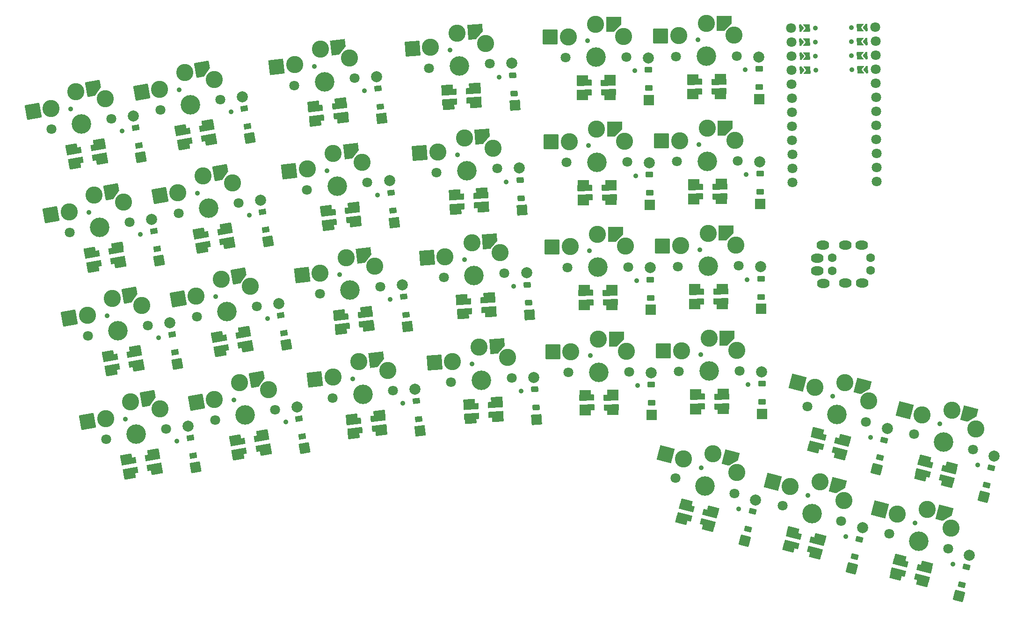
<source format=gbr>
%TF.GenerationSoftware,KiCad,Pcbnew,7.0.10-7.0.10~ubuntu22.04.1*%
%TF.CreationDate,2024-02-29T23:27:09-07:00*%
%TF.ProjectId,boardPcb,626f6172-6450-4636-922e-6b696361645f,v1.0.0*%
%TF.SameCoordinates,Original*%
%TF.FileFunction,Soldermask,Top*%
%TF.FilePolarity,Negative*%
%FSLAX46Y46*%
G04 Gerber Fmt 4.6, Leading zero omitted, Abs format (unit mm)*
G04 Created by KiCad (PCBNEW 7.0.10-7.0.10~ubuntu22.04.1) date 2024-02-29 23:27:09*
%MOMM*%
%LPD*%
G01*
G04 APERTURE LIST*
G04 Aperture macros list*
%AMRoundRect*
0 Rectangle with rounded corners*
0 $1 Rounding radius*
0 $2 $3 $4 $5 $6 $7 $8 $9 X,Y pos of 4 corners*
0 Add a 4 corners polygon primitive as box body*
4,1,4,$2,$3,$4,$5,$6,$7,$8,$9,$2,$3,0*
0 Add four circle primitives for the rounded corners*
1,1,$1+$1,$2,$3*
1,1,$1+$1,$4,$5*
1,1,$1+$1,$6,$7*
1,1,$1+$1,$8,$9*
0 Add four rect primitives between the rounded corners*
20,1,$1+$1,$2,$3,$4,$5,0*
20,1,$1+$1,$4,$5,$6,$7,0*
20,1,$1+$1,$6,$7,$8,$9,0*
20,1,$1+$1,$8,$9,$2,$3,0*%
%AMHorizOval*
0 Thick line with rounded ends*
0 $1 width*
0 $2 $3 position (X,Y) of the first rounded end (center of the circle)*
0 $4 $5 position (X,Y) of the second rounded end (center of the circle)*
0 Add line between two ends*
20,1,$1,$2,$3,$4,$5,0*
0 Add two circle primitives to create the rounded ends*
1,1,$1,$2,$3*
1,1,$1,$4,$5*%
%AMFreePoly0*
4,1,14,1.335355,1.335355,1.350000,1.300000,1.350000,0.000000,1.335355,-0.035355,0.035355,-1.335355,0.000000,-1.350000,-1.300000,-1.350000,-1.335355,-1.335355,-1.350000,-1.300000,-1.350000,1.300000,-1.335355,1.335355,-1.300000,1.350000,1.300000,1.350000,1.335355,1.335355,1.335355,1.335355,$1*%
%AMFreePoly1*
4,1,16,-0.214645,0.660355,-0.210957,0.656235,0.289043,0.031235,0.299694,-0.005522,0.289043,-0.031235,-0.210957,-0.656235,-0.244478,-0.674694,-0.250000,-0.675000,-0.500000,-0.675000,-0.535355,-0.660355,-0.550000,-0.625000,-0.550000,0.625000,-0.535355,0.660355,-0.500000,0.675000,-0.250000,0.675000,-0.214645,0.660355,-0.214645,0.660355,$1*%
%AMFreePoly2*
4,1,16,0.535355,0.660355,0.550000,0.625000,0.550000,-0.625000,0.535355,-0.660355,0.500000,-0.675000,-0.650000,-0.675000,-0.685355,-0.660355,-0.700000,-0.625000,-0.689043,-0.593765,-0.214031,0.000000,-0.689043,0.593765,-0.699694,0.630522,-0.681235,0.664043,-0.650000,0.675000,0.500000,0.675000,0.535355,0.660355,0.535355,0.660355,$1*%
G04 Aperture macros list end*
%ADD10RoundRect,0.050000X0.896724X-0.881208X0.881208X0.896724X-0.896724X0.881208X-0.881208X-0.896724X0*%
%ADD11RoundRect,0.050000X0.603904X-0.444747X0.596050X0.455219X-0.603904X0.444747X-0.596050X-0.455219X0*%
%ADD12C,2.005000*%
%ADD13RoundRect,0.050000X1.029867X-0.721121X0.721121X1.029867X-1.029867X0.721121X-0.721121X-1.029867X0*%
%ADD14RoundRect,0.050000X0.669026X-0.338975X0.512743X0.547352X-0.669026X0.338975X-0.512743X-0.547352X0*%
%ADD15RoundRect,0.050000X0.948848X-0.824821X0.824821X0.948848X-0.948848X0.824821X-0.824821X-0.948848X0*%
%ADD16RoundRect,0.050000X0.629929X-0.407050X0.567148X0.490758X-0.629929X0.407050X-0.567148X-0.490758X0*%
%ADD17RoundRect,0.050000X-1.295587X-0.511325X1.304314X-0.488636X1.295587X0.511325X-1.304314X0.488636X0*%
%ADD18RoundRect,0.050000X-0.994726X-0.608704X1.005198X-0.591251X0.994726X0.608704X-1.005198X0.591251X0*%
%ADD19RoundRect,0.050000X0.638095X-1.083271X1.083271X0.638095X-0.638095X1.083271X-1.083271X-0.638095X0*%
%ADD20RoundRect,0.050000X0.468218X-0.585894X0.693560X0.285438X-0.468218X0.585894X-0.693560X-0.285438X0*%
%ADD21C,1.801800*%
%ADD22C,3.100000*%
%ADD23C,3.529000*%
%ADD24FreePoly0,7.000000*%
%ADD25RoundRect,0.050000X-1.131880X-1.448740X1.448740X-1.131880X1.131880X1.448740X-1.448740X1.131880X0*%
%ADD26C,0.900000*%
%ADD27FreePoly0,0.500000*%
%ADD28RoundRect,0.050000X-1.288606X-1.311295X1.311295X-1.288606X1.288606X1.311295X-1.311295X1.288606X0*%
%ADD29RoundRect,0.050000X0.990715X-0.774032X0.774032X0.990715X-0.990715X0.774032X-0.774032X-0.990715X0*%
%ADD30RoundRect,0.050000X0.650369X-0.373524X0.540686X0.519767X-0.650369X0.373524X-0.540686X-0.519767X0*%
%ADD31RoundRect,0.050000X-1.383782X-0.158580X1.133402X-0.809568X1.383782X0.158580X-1.133402X0.809568X0*%
%ADD32RoundRect,0.050000X-1.118376X-0.330509X0.817920X-0.831269X1.118376X0.330509X-0.817920X0.831269X0*%
%ADD33RoundRect,0.050000X-1.193426X-0.718147X1.367074X-0.266661X1.193426X0.718147X-1.367074X0.266661X0*%
%ADD34RoundRect,0.050000X-0.880619X-0.764533X1.088997X-0.417236X0.880619X0.764533X-1.088997X0.417236X0*%
%ADD35C,1.600000*%
%ADD36HorizOval,1.700000X-0.299989X-0.002618X0.299989X0.002618X0*%
%ADD37FreePoly0,10.000000*%
%ADD38RoundRect,0.050000X-1.054507X-1.505993X1.505993X-1.054507X1.054507X1.505993X-1.505993X1.054507X0*%
%ADD39RoundRect,0.050000X-1.261955X-0.589465X1.331712X-0.408099X1.261955X0.589465X-1.331712X0.408099X0*%
%ADD40RoundRect,0.050000X-0.955710X-0.668295X1.039418X-0.528782X0.955710X0.668295X-1.039418X0.528782X0*%
%ADD41FreePoly0,4.000000*%
%ADD42RoundRect,0.050000X-1.206150X-1.387517X1.387517X-1.206150X1.206150X1.387517X-1.387517X1.206150X0*%
%ADD43RoundRect,0.050000X-1.229375X-0.654703X1.351245X-0.337843X1.229375X0.654703X-1.351245X0.337843X0*%
%ADD44RoundRect,0.050000X-0.919425X-0.717397X1.065668X-0.473658X0.919425X0.717397X-1.065668X0.473658X0*%
%ADD45FreePoly0,345.500000*%
%ADD46RoundRect,0.050000X-1.584086X-0.933098X0.933098X-1.584086X1.584086X0.933098X-0.933098X1.584086X0*%
%ADD47HorizOval,1.800000X0.000000X0.000000X0.000000X0.000000X0*%
%ADD48FreePoly1,0.500000*%
%ADD49FreePoly2,180.500000*%
%ADD50HorizOval,1.800000X0.000000X0.000000X0.000000X0.000000X0*%
%ADD51FreePoly2,0.500000*%
%ADD52FreePoly1,180.500000*%
G04 APERTURE END LIST*
D10*
%TO.C,D17*%
X226301341Y-175114482D03*
D11*
X226282492Y-172954564D03*
X226253694Y-169654690D03*
D12*
X226234845Y-167494772D03*
%TD*%
D13*
%TO.C,D3*%
X137149998Y-147230922D03*
D14*
X136774917Y-145103737D03*
X136201879Y-141853871D03*
D12*
X135826798Y-139726686D03*
%TD*%
D15*
%TO.C,D15*%
X202871549Y-138054021D03*
D16*
X202720875Y-135899283D03*
X202490679Y-132607321D03*
D12*
X202340005Y-130452583D03*
%TD*%
D17*
%TO.C,LED50*%
X234573231Y-171857173D03*
X234588502Y-173607106D03*
X238988335Y-173568709D03*
X238973064Y-171818776D03*
D18*
X234266916Y-171134818D03*
X234294841Y-174334696D03*
X239294650Y-174291064D03*
X239266725Y-171091186D03*
%TD*%
D10*
%TO.C,D22*%
X246134775Y-155940674D03*
D11*
X246115926Y-153780756D03*
X246087128Y-150480882D03*
D12*
X246068279Y-148320964D03*
%TD*%
D19*
%TO.C,D28*%
X267043658Y-184951979D03*
D20*
X267584479Y-182860780D03*
X268410733Y-179665892D03*
D12*
X268951554Y-177574693D03*
%TD*%
D13*
%TO.C,D6*%
X160145469Y-162469306D03*
D14*
X159770388Y-160342121D03*
X159197350Y-157092255D03*
D12*
X158822269Y-154965070D03*
%TD*%
D21*
%TO.C,S12*%
X161628660Y-115521258D03*
D22*
X161667923Y-111738276D03*
X166362541Y-108945327D03*
D23*
X167087664Y-114850977D03*
D22*
X171593385Y-110519582D03*
D21*
X172546668Y-114180696D03*
D24*
X169613130Y-108546205D03*
D25*
X158417335Y-112137398D03*
D26*
X165233237Y-112056143D03*
X174340160Y-116479257D03*
%TD*%
D10*
%TO.C,D23*%
X245968971Y-136941398D03*
D11*
X245950122Y-134781480D03*
X245921324Y-131481606D03*
D12*
X245902475Y-129321688D03*
%TD*%
D10*
%TO.C,D21*%
X246300579Y-174939951D03*
D11*
X246281730Y-172780033D03*
X246252932Y-169480159D03*
D12*
X246234083Y-167320241D03*
%TD*%
D21*
%TO.C,S18*%
X211067953Y-148436401D03*
D22*
X211535210Y-144682180D03*
X216515821Y-142438632D03*
D23*
X216567744Y-148388405D03*
D22*
X221534829Y-144594915D03*
D21*
X222067535Y-148340409D03*
D27*
X219790696Y-142410052D03*
D28*
X208260335Y-144710760D03*
D26*
X215041622Y-145401609D03*
X223589294Y-150827224D03*
%TD*%
D19*
%TO.C,D29*%
X286406611Y-189959579D03*
D20*
X286947432Y-187868380D03*
X287773686Y-184673492D03*
D12*
X288314507Y-182582293D03*
%TD*%
D21*
%TO.C,S17*%
X211233757Y-167435677D03*
D22*
X211701014Y-163681456D03*
X216681625Y-161437908D03*
D23*
X216733548Y-167387681D03*
D22*
X221700633Y-163594191D03*
D21*
X222233339Y-167339685D03*
D27*
X219956500Y-161409328D03*
D28*
X208426139Y-163710036D03*
D26*
X215207426Y-164400885D03*
X223755098Y-169826500D03*
%TD*%
D29*
%TO.C,D12*%
X177468652Y-121445004D03*
D30*
X177205414Y-119301104D03*
X176803246Y-116025702D03*
D12*
X176540008Y-113881802D03*
%TD*%
D31*
%TO.C,LED56*%
X271385870Y-201904018D03*
X270947705Y-203598276D03*
X275207554Y-204699948D03*
X275645719Y-203005690D03*
D32*
X271276951Y-201126997D03*
X270475735Y-204225069D03*
X275316473Y-205476969D03*
X276117689Y-202378897D03*
%TD*%
D33*
%TO.C,LED32*%
X125074678Y-146125992D03*
X125378562Y-147849406D03*
X129711716Y-147085354D03*
X129407832Y-145361940D03*
D34*
X124653341Y-145464101D03*
X125209015Y-148615486D03*
X130133053Y-147747245D03*
X129577379Y-144595860D03*
%TD*%
D13*
%TO.C,D2*%
X140449314Y-165942269D03*
D14*
X140074233Y-163815084D03*
X139501195Y-160565218D03*
D12*
X139126114Y-158438033D03*
%TD*%
D35*
%TO.C,TRRS1*%
X265954519Y-146657363D03*
X258954785Y-146718449D03*
X265974590Y-148957275D03*
X258974856Y-149018361D03*
D36*
X256254888Y-146742010D03*
X256274959Y-149041923D03*
X257334775Y-144432499D03*
X257394988Y-151332236D03*
X261334623Y-144397593D03*
X261394836Y-151297330D03*
X264334509Y-144371413D03*
X264394722Y-151271150D03*
%TD*%
D33*
%TO.C,LED37*%
X141471518Y-123941681D03*
X141775402Y-125665095D03*
X146108556Y-124901043D03*
X145804672Y-123177629D03*
D34*
X141050181Y-123279790D03*
X141605855Y-126431175D03*
X146529893Y-125562934D03*
X145974219Y-122411549D03*
%TD*%
D21*
%TO.C,S4*%
X117722374Y-123432948D03*
D22*
X117563598Y-119653095D03*
X122105610Y-116618277D03*
D23*
X123138817Y-122477883D03*
D22*
X127411675Y-117916613D03*
D21*
X128555260Y-121522818D03*
D37*
X125330856Y-116049579D03*
D38*
X114338352Y-120221793D03*
D26*
X121140661Y-119783932D03*
X130466592Y-123724365D03*
%TD*%
D39*
%TO.C,LED44*%
X190977875Y-135692930D03*
X191099949Y-137438667D03*
X195489231Y-137131738D03*
X195367157Y-135386001D03*
D40*
X190628033Y-134990623D03*
X190851253Y-138182828D03*
X195839073Y-137834045D03*
X195615853Y-134641840D03*
%TD*%
D33*
%TO.C,LED36*%
X144770833Y-142653029D03*
X145074717Y-144376443D03*
X149407871Y-143612391D03*
X149103987Y-141888977D03*
D34*
X144349496Y-141991138D03*
X144905170Y-145142523D03*
X149829208Y-144274282D03*
X149273534Y-141122897D03*
%TD*%
D17*
%TO.C,LED48*%
X214242384Y-134033151D03*
X214257655Y-135783084D03*
X218657488Y-135744687D03*
X218642217Y-133994754D03*
D18*
X213936069Y-133310796D03*
X213963994Y-136510674D03*
X218963803Y-136467042D03*
X218935878Y-133267164D03*
%TD*%
D21*
%TO.C,S11*%
X163944178Y-134379635D03*
D22*
X163983441Y-130596653D03*
X168678059Y-127803704D03*
D23*
X169403182Y-133709354D03*
D22*
X173908903Y-129377959D03*
D21*
X174862186Y-133039073D03*
D24*
X171928648Y-127404582D03*
D25*
X160732853Y-130995775D03*
D26*
X167548755Y-130914520D03*
X176655678Y-135337634D03*
%TD*%
D10*
%TO.C,D19*%
X225969732Y-137115929D03*
D11*
X225950883Y-134956011D03*
X225922085Y-131656137D03*
D12*
X225903236Y-129496219D03*
%TD*%
D31*
%TO.C,LED57*%
X256513791Y-178938982D03*
X256075626Y-180633240D03*
X260335475Y-181734912D03*
X260773640Y-180040654D03*
D32*
X256404872Y-178161961D03*
X255603656Y-181260033D03*
X260444394Y-182511933D03*
X261245610Y-179413861D03*
%TD*%
D21*
%TO.C,S15*%
X187363291Y-131309393D03*
D22*
X187600486Y-127533649D03*
X192434842Y-124990226D03*
D23*
X192849893Y-130925732D03*
D22*
X197576126Y-126836084D03*
D21*
X198336495Y-130542071D03*
D41*
X195701864Y-124761773D03*
D42*
X184333464Y-127762102D03*
D26*
X191144278Y-128037675D03*
X200007233Y-132931347D03*
%TD*%
D19*
%TO.C,D25*%
X243189831Y-197901814D03*
D20*
X243730652Y-195810615D03*
X244556906Y-192615727D03*
D12*
X245097727Y-190524528D03*
%TD*%
D21*
%TO.C,S19*%
X210902149Y-129437124D03*
D22*
X211369406Y-125682903D03*
X216350017Y-123439355D03*
D23*
X216401940Y-129389128D03*
D22*
X221369025Y-125595638D03*
D21*
X221901731Y-129341132D03*
D27*
X219624892Y-123410775D03*
D28*
X208094531Y-125711483D03*
D26*
X214875818Y-126402332D03*
X223423490Y-131827947D03*
%TD*%
D21*
%TO.C,S23*%
X230901387Y-129262593D03*
D22*
X231368644Y-125508372D03*
X236349255Y-123264824D03*
D23*
X236401178Y-129214597D03*
D22*
X241368263Y-125421107D03*
D21*
X241900969Y-129166601D03*
D27*
X239624130Y-123236244D03*
D28*
X228093769Y-125536952D03*
D26*
X234875056Y-126227801D03*
X243422728Y-131653416D03*
%TD*%
D19*
%TO.C,D26*%
X262552784Y-202909414D03*
D20*
X263093605Y-200818215D03*
X263919859Y-197623327D03*
D12*
X264460680Y-195532128D03*
%TD*%
D21*
%TO.C,S24*%
X230735583Y-110263317D03*
D22*
X231202840Y-106509096D03*
X236183451Y-104265548D03*
D23*
X236235374Y-110215321D03*
D22*
X241202459Y-106421831D03*
D21*
X241735165Y-110167325D03*
D27*
X239458326Y-104236968D03*
D28*
X227927965Y-106537676D03*
D26*
X234709252Y-107228525D03*
X243256924Y-112654140D03*
%TD*%
D43*
%TO.C,LED40*%
X167783226Y-138567993D03*
X167996497Y-140304948D03*
X172363700Y-139768723D03*
X172150429Y-138031768D03*
D44*
X167397107Y-137884958D03*
X167787089Y-141061105D03*
X172749819Y-140451758D03*
X172359837Y-137275611D03*
%TD*%
D21*
%TO.C,S5*%
X147316475Y-176094027D03*
D22*
X147157699Y-172314174D03*
X151699711Y-169279356D03*
D23*
X152732918Y-175138962D03*
D22*
X157005776Y-170577692D03*
D21*
X158149361Y-174183897D03*
D37*
X154924957Y-168710658D03*
D38*
X143932453Y-172882872D03*
D26*
X150734762Y-172445011D03*
X160060693Y-176385444D03*
%TD*%
D21*
%TO.C,S29*%
X273839864Y-178642645D03*
D22*
X275262863Y-175137281D03*
X280654437Y-174259257D03*
D23*
X279164676Y-180019735D03*
D22*
X284944339Y-177641081D03*
D21*
X284489488Y-181396825D03*
D45*
X283825121Y-175079251D03*
D46*
X272092179Y-174317287D03*
D26*
X278463595Y-176739722D03*
X285315759Y-184192764D03*
%TD*%
D21*
%TO.C,S28*%
X254476911Y-173635045D03*
D22*
X255899910Y-170129681D03*
X261291484Y-169251657D03*
D23*
X259801723Y-175012135D03*
D22*
X265581386Y-172633481D03*
D21*
X265126535Y-176389225D03*
D45*
X264462168Y-170071651D03*
D46*
X252729226Y-169309687D03*
D26*
X259100642Y-171732122D03*
X265952806Y-179185164D03*
%TD*%
D21*
%TO.C,S2*%
X124321004Y-160855643D03*
D22*
X124162228Y-157075790D03*
X128704240Y-154040972D03*
D23*
X129737447Y-159900578D03*
D22*
X134010305Y-155339308D03*
D21*
X135153890Y-158945513D03*
D37*
X131929486Y-153472274D03*
D38*
X120936982Y-157644488D03*
D26*
X127739291Y-157206627D03*
X137065222Y-161147060D03*
%TD*%
D33*
%TO.C,LED30*%
X131673309Y-183548687D03*
X131977193Y-185272101D03*
X136310347Y-184508049D03*
X136006463Y-182784635D03*
D34*
X131251972Y-182886796D03*
X131807646Y-186038181D03*
X136731684Y-185169940D03*
X136176010Y-182018555D03*
%TD*%
D33*
%TO.C,LED35*%
X148070148Y-161364376D03*
X148374032Y-163087790D03*
X152707186Y-162323738D03*
X152403302Y-160600324D03*
D34*
X147648811Y-160702485D03*
X148204485Y-163853870D03*
X153128523Y-162985629D03*
X152572849Y-159834244D03*
%TD*%
D31*
%TO.C,LED58*%
X275876744Y-183946582D03*
X275438579Y-185640840D03*
X279698428Y-186742512D03*
X280136593Y-185048254D03*
D32*
X275767825Y-183169561D03*
X274966609Y-186267633D03*
X279807347Y-187519533D03*
X280608563Y-184421461D03*
%TD*%
D13*
%TO.C,D1*%
X143748629Y-184653616D03*
D14*
X143373548Y-182526431D03*
X142800510Y-179276565D03*
D12*
X142425429Y-177149380D03*
%TD*%
D17*
%TO.C,LED53*%
X234075818Y-114859343D03*
X234091089Y-116609276D03*
X238490922Y-116570879D03*
X238475651Y-114820946D03*
D18*
X233769503Y-114136988D03*
X233797428Y-117336866D03*
X238797237Y-117293234D03*
X238769312Y-114093356D03*
%TD*%
D31*
%TO.C,LED54*%
X232659964Y-191888818D03*
X232221799Y-193583076D03*
X236481648Y-194684748D03*
X236919813Y-192990490D03*
D32*
X232551045Y-191111797D03*
X231749829Y-194209869D03*
X236590567Y-195461769D03*
X237391783Y-192363697D03*
%TD*%
D21*
%TO.C,S1*%
X127620320Y-179566990D03*
D22*
X127461544Y-175787137D03*
X132003556Y-172752319D03*
D23*
X133036763Y-178611925D03*
D22*
X137309621Y-174050655D03*
D21*
X138453206Y-177656860D03*
D37*
X135228802Y-172183621D03*
D38*
X124236298Y-176355835D03*
D26*
X131038607Y-175917974D03*
X140364538Y-179858407D03*
%TD*%
D15*
%TO.C,D13*%
X205522295Y-175961455D03*
D16*
X205371621Y-173806717D03*
X205141425Y-170514755D03*
D12*
X204990751Y-168360017D03*
%TD*%
D21*
%TO.C,S27*%
X269348990Y-196600081D03*
D22*
X270771989Y-193094717D03*
X276163563Y-192216693D03*
D23*
X274673802Y-197977171D03*
D22*
X280453465Y-195598517D03*
D21*
X279998614Y-199354261D03*
D45*
X279334247Y-193036687D03*
D46*
X267601305Y-192274723D03*
D26*
X273972721Y-194697158D03*
X280824885Y-202150200D03*
%TD*%
D33*
%TO.C,LED31*%
X128373993Y-164837339D03*
X128677877Y-166560753D03*
X133011031Y-165796701D03*
X132707147Y-164073287D03*
D34*
X127952656Y-164175448D03*
X128508330Y-167326833D03*
X133432368Y-166458592D03*
X132876694Y-163307207D03*
%TD*%
D47*
%TO.C,*%
X251571417Y-105111296D03*
D48*
X253571341Y-105093843D03*
D26*
X255929252Y-105073266D03*
D49*
X263965945Y-105003131D03*
D47*
X251593583Y-107651199D03*
D48*
X253593507Y-107633746D03*
D26*
X255951417Y-107613169D03*
D49*
X263988111Y-107543034D03*
D47*
X251615748Y-110191103D03*
D48*
X253615672Y-110173650D03*
D26*
X255973582Y-110153072D03*
D49*
X264010276Y-110082937D03*
D47*
X251637914Y-112731006D03*
D48*
X253637837Y-112713553D03*
D26*
X255995748Y-112692976D03*
D49*
X264032442Y-112622841D03*
D47*
X251660079Y-115270909D03*
X251682244Y-117810813D03*
X251704410Y-120350716D03*
X251726575Y-122890619D03*
X251748741Y-125430522D03*
X251770906Y-127970426D03*
X251793071Y-130510329D03*
X251815237Y-133050232D03*
D50*
X267054657Y-132917240D03*
X267032491Y-130377337D03*
X267010326Y-127837433D03*
X266988160Y-125297530D03*
X266965995Y-122757627D03*
X266943830Y-120217723D03*
X266921664Y-117677820D03*
X266899499Y-115137917D03*
D51*
X254482805Y-112706179D03*
D26*
X262519499Y-112636044D03*
D52*
X264877410Y-112615467D03*
D50*
X266877333Y-112598014D03*
D51*
X254460640Y-110166276D03*
D26*
X262497334Y-110096141D03*
D52*
X264855244Y-110075563D03*
D50*
X266855168Y-110058110D03*
D51*
X254438475Y-107626372D03*
D26*
X262475168Y-107556237D03*
D52*
X264833079Y-107535660D03*
D50*
X266833003Y-107518207D03*
D51*
X254416309Y-105086469D03*
D26*
X262453003Y-105016334D03*
D52*
X264810913Y-104995757D03*
D50*
X266810837Y-104978304D03*
%TD*%
D21*
%TO.C,S16*%
X186037918Y-112355676D03*
D22*
X186275113Y-108579932D03*
X191109469Y-106036509D03*
D23*
X191524520Y-111972015D03*
D22*
X196250753Y-107882367D03*
D21*
X197011122Y-111588354D03*
D41*
X194376491Y-105808056D03*
D42*
X183008091Y-108808385D03*
D26*
X189818905Y-109083958D03*
X198681860Y-113977630D03*
%TD*%
D21*
%TO.C,S8*%
X137418529Y-119959985D03*
D22*
X137259753Y-116180132D03*
X141801765Y-113145314D03*
D23*
X142834972Y-119004920D03*
D22*
X147107830Y-114443650D03*
D21*
X148251415Y-118049855D03*
D37*
X145027011Y-112576616D03*
D38*
X134034507Y-116748830D03*
D26*
X140836816Y-116310969D03*
X150162747Y-120251402D03*
%TD*%
D43*
%TO.C,LED41*%
X165467709Y-119709616D03*
X165680980Y-121446571D03*
X170048183Y-120910346D03*
X169834912Y-119173391D03*
D44*
X165081590Y-119026581D03*
X165471572Y-122202728D03*
X170434302Y-121593381D03*
X170044320Y-118417234D03*
%TD*%
D10*
%TO.C,D20*%
X225803928Y-118116652D03*
D11*
X225785079Y-115956734D03*
X225756281Y-112656860D03*
D12*
X225737432Y-110496942D03*
%TD*%
D15*
%TO.C,D14*%
X204196922Y-157007738D03*
D16*
X204046248Y-154853000D03*
X203816052Y-151561038D03*
D12*
X203665378Y-149406300D03*
%TD*%
D17*
%TO.C,LED51*%
X234407426Y-152857896D03*
X234422697Y-154607829D03*
X238822530Y-154569432D03*
X238807259Y-152819499D03*
D18*
X234101111Y-152135541D03*
X234129036Y-155335419D03*
X239128845Y-155291787D03*
X239100920Y-152091909D03*
%TD*%
D21*
%TO.C,S3*%
X121021689Y-142144296D03*
D22*
X120862913Y-138364443D03*
X125404925Y-135329625D03*
D23*
X126438132Y-141189231D03*
D22*
X130710990Y-136627961D03*
D21*
X131854575Y-140234166D03*
D37*
X128630171Y-134760927D03*
D38*
X117637667Y-138933141D03*
D26*
X124439976Y-138495280D03*
X133765907Y-142435713D03*
%TD*%
D21*
%TO.C,S26*%
X249986037Y-191592481D03*
D22*
X251409036Y-188087117D03*
X256800610Y-187209093D03*
D23*
X255310849Y-192969571D03*
D22*
X261090512Y-190590917D03*
D21*
X260635661Y-194346661D03*
D45*
X259971294Y-188029087D03*
D46*
X248238352Y-187267123D03*
D26*
X254609768Y-189689558D03*
X261461932Y-197142600D03*
%TD*%
D21*
%TO.C,S6*%
X144017159Y-157382679D03*
D22*
X143858383Y-153602826D03*
X148400395Y-150568008D03*
D23*
X149433602Y-156427614D03*
D22*
X153706460Y-151866344D03*
D21*
X154850045Y-155472549D03*
D37*
X151625641Y-149999310D03*
D38*
X140633137Y-154171524D03*
D26*
X147435446Y-153733663D03*
X156761377Y-157674096D03*
%TD*%
D21*
%TO.C,S13*%
X190014037Y-169216827D03*
D22*
X190251232Y-165441083D03*
X195085588Y-162897660D03*
D23*
X195500639Y-168833166D03*
D22*
X200226872Y-164743518D03*
D21*
X200987241Y-168449505D03*
D41*
X198352610Y-162669207D03*
D42*
X186984210Y-165669536D03*
D26*
X193795024Y-165945109D03*
X202657979Y-170838781D03*
%TD*%
D33*
%TO.C,LED34*%
X151369464Y-180075723D03*
X151673348Y-181799137D03*
X156006502Y-181035085D03*
X155702618Y-179311671D03*
D34*
X150948127Y-179413832D03*
X151503801Y-182565217D03*
X156427839Y-181696976D03*
X155872165Y-178545591D03*
%TD*%
D21*
%TO.C,S22*%
X231067192Y-148261870D03*
D22*
X231534449Y-144507649D03*
X236515060Y-142264101D03*
D23*
X236566983Y-148213874D03*
D22*
X241534068Y-144420384D03*
D21*
X242066774Y-148165878D03*
D27*
X239789935Y-142235521D03*
D28*
X228259574Y-144536229D03*
D26*
X235040861Y-145227078D03*
X243588533Y-150652693D03*
%TD*%
D43*
%TO.C,LED39*%
X170098744Y-157426370D03*
X170312015Y-159163325D03*
X174679218Y-158627100D03*
X174465947Y-156890145D03*
D44*
X169712625Y-156743335D03*
X170102607Y-159919482D03*
X175065337Y-159310135D03*
X174675355Y-156133988D03*
%TD*%
D39*
%TO.C,LED43*%
X192303248Y-154646647D03*
X192425322Y-156392384D03*
X196814604Y-156085455D03*
X196692530Y-154339718D03*
D40*
X191953406Y-153944340D03*
X192176626Y-157136545D03*
X197164446Y-156787762D03*
X196941226Y-153595557D03*
%TD*%
D13*
%TO.C,D8*%
X153546838Y-125046611D03*
D14*
X153171757Y-122919426D03*
X152598719Y-119669560D03*
D12*
X152223638Y-117542375D03*
%TD*%
D17*
%TO.C,LED47*%
X214408188Y-153032427D03*
X214423459Y-154782360D03*
X218823292Y-154743963D03*
X218808021Y-152994030D03*
D18*
X214101873Y-152310072D03*
X214129798Y-155509950D03*
X219129607Y-155466318D03*
X219101682Y-152266440D03*
%TD*%
D39*
%TO.C,LED42*%
X193628621Y-173600364D03*
X193750695Y-175346101D03*
X198139977Y-175039172D03*
X198017903Y-173293435D03*
D40*
X193278779Y-172898057D03*
X193501999Y-176090262D03*
X198489819Y-175741479D03*
X198266599Y-172549274D03*
%TD*%
D21*
%TO.C,S20*%
X210736345Y-110437848D03*
D22*
X211203602Y-106683627D03*
X216184213Y-104440079D03*
D23*
X216236136Y-110389852D03*
D22*
X221203221Y-106596362D03*
D21*
X221735927Y-110341856D03*
D27*
X219459088Y-104411499D03*
D28*
X207928727Y-106712207D03*
D26*
X214710014Y-107403056D03*
X223257686Y-112828671D03*
%TD*%
D17*
%TO.C,LED49*%
X214076580Y-115033874D03*
X214091851Y-116783807D03*
X218491684Y-116745410D03*
X218476413Y-114995477D03*
D18*
X213770265Y-114311519D03*
X213798190Y-117511397D03*
X218797999Y-117467765D03*
X218770074Y-114267887D03*
%TD*%
D13*
%TO.C,D7*%
X156846153Y-143757958D03*
D14*
X156471072Y-141630773D03*
X155898034Y-138380907D03*
D12*
X155522953Y-136253722D03*
%TD*%
D17*
%TO.C,LED46*%
X214573992Y-172031704D03*
X214589263Y-173781637D03*
X218989096Y-173743240D03*
X218973825Y-171993307D03*
D18*
X214267677Y-171309349D03*
X214295602Y-174509227D03*
X219295411Y-174465595D03*
X219267486Y-171265717D03*
%TD*%
D21*
%TO.C,S21*%
X231232996Y-167261146D03*
D22*
X231700253Y-163506925D03*
X236680864Y-161263377D03*
D23*
X236732787Y-167213150D03*
D22*
X241699872Y-163419660D03*
D21*
X242232578Y-167165154D03*
D27*
X239955739Y-161234797D03*
D28*
X228425378Y-163535505D03*
D26*
X235206665Y-164226354D03*
X243754337Y-169651969D03*
%TD*%
D31*
%TO.C,LED55*%
X252022917Y-196896418D03*
X251584752Y-198590676D03*
X255844601Y-199692348D03*
X256282766Y-197998090D03*
D32*
X251913998Y-196119397D03*
X251112782Y-199217469D03*
X255953520Y-200469369D03*
X256754736Y-197371297D03*
%TD*%
D39*
%TO.C,LED45*%
X189652502Y-116739213D03*
X189774576Y-118484950D03*
X194163858Y-118178021D03*
X194041784Y-116432284D03*
D40*
X189302660Y-116036906D03*
X189525880Y-119229111D03*
X194513700Y-118880328D03*
X194290480Y-115688123D03*
%TD*%
D19*
%TO.C,D27*%
X281915737Y-207917014D03*
D20*
X282456558Y-205825815D03*
X283282812Y-202630927D03*
D12*
X283823633Y-200539728D03*
%TD*%
D29*
%TO.C,D9*%
X184415205Y-178020135D03*
D30*
X184151967Y-175876235D03*
X183749799Y-172600833D03*
D12*
X183486561Y-170456933D03*
%TD*%
D21*
%TO.C,S7*%
X140717844Y-138671332D03*
D22*
X140559068Y-134891479D03*
X145101080Y-131856661D03*
D23*
X146134287Y-137716267D03*
D22*
X150407145Y-133154997D03*
D21*
X151550730Y-136761202D03*
D37*
X148326326Y-131287963D03*
D38*
X137333822Y-135460177D03*
D26*
X144136131Y-135022316D03*
X153462062Y-138962749D03*
%TD*%
D21*
%TO.C,S25*%
X230623084Y-186584881D03*
D22*
X232046083Y-183079517D03*
X237437657Y-182201493D03*
D23*
X235947896Y-187961971D03*
D22*
X241727559Y-185583317D03*
D21*
X241272708Y-189339061D03*
D45*
X240608341Y-183021487D03*
D46*
X228875399Y-182259523D03*
D26*
X235246815Y-184681958D03*
X242098979Y-192135000D03*
%TD*%
D21*
%TO.C,S14*%
X188688664Y-150263110D03*
D22*
X188925859Y-146487366D03*
X193760215Y-143943943D03*
D23*
X194175266Y-149879449D03*
D22*
X198901499Y-145789801D03*
D21*
X199661868Y-149495788D03*
D41*
X197027237Y-143715490D03*
D42*
X185658837Y-146715819D03*
D26*
X192469651Y-146991392D03*
X201332606Y-151885064D03*
%TD*%
D15*
%TO.C,D16*%
X201546176Y-119100304D03*
D16*
X201395502Y-116945566D03*
X201165306Y-113653604D03*
D12*
X201014632Y-111498866D03*
%TD*%
D10*
%TO.C,D18*%
X226135537Y-156115205D03*
D11*
X226116688Y-153955287D03*
X226087890Y-150655413D03*
D12*
X226069041Y-148495495D03*
%TD*%
D10*
%TO.C,D24*%
X245803167Y-117942121D03*
D11*
X245784318Y-115782203D03*
X245755520Y-112482329D03*
D12*
X245736671Y-110322411D03*
%TD*%
D33*
%TO.C,LED33*%
X121775363Y-127414645D03*
X122079247Y-129138059D03*
X126412401Y-128374007D03*
X126108517Y-126650593D03*
D34*
X121354026Y-126752754D03*
X121909700Y-129904139D03*
X126833738Y-129035898D03*
X126278064Y-125884513D03*
%TD*%
D13*
%TO.C,D4*%
X133850683Y-128519575D03*
D14*
X133475602Y-126392390D03*
X132902564Y-123142524D03*
D12*
X132527483Y-121015339D03*
%TD*%
D21*
%TO.C,S10*%
X166259695Y-153238012D03*
D22*
X166298958Y-149455030D03*
X170993576Y-146662081D03*
D23*
X171718699Y-152567731D03*
D22*
X176224420Y-148236336D03*
D21*
X177177703Y-151897450D03*
D24*
X174244165Y-146262959D03*
D25*
X163048370Y-149854152D03*
D26*
X169864272Y-149772897D03*
X178971195Y-154196011D03*
%TD*%
D13*
%TO.C,D5*%
X163444784Y-181180653D03*
D14*
X163069703Y-179053468D03*
X162496665Y-175803602D03*
D12*
X162121584Y-173676417D03*
%TD*%
D29*
%TO.C,D11*%
X179784170Y-140303381D03*
D30*
X179520932Y-138159481D03*
X179118764Y-134884079D03*
D12*
X178855526Y-132740179D03*
%TD*%
D21*
%TO.C,S9*%
X168575213Y-172096389D03*
D22*
X168614476Y-168313407D03*
X173309094Y-165520458D03*
D23*
X174034217Y-171426108D03*
D22*
X178539938Y-167094713D03*
D21*
X179493221Y-170755827D03*
D24*
X176559683Y-165121336D03*
D25*
X165363888Y-168712529D03*
D26*
X172179790Y-168631274D03*
X181286713Y-173054388D03*
%TD*%
D17*
%TO.C,LED52*%
X234241622Y-133858620D03*
X234256893Y-135608553D03*
X238656726Y-135570156D03*
X238641455Y-133820223D03*
D18*
X233935307Y-133136265D03*
X233963232Y-136336143D03*
X238963041Y-136292511D03*
X238935116Y-133092633D03*
%TD*%
D43*
%TO.C,LED38*%
X172414261Y-176284747D03*
X172627532Y-178021702D03*
X176994735Y-177485477D03*
X176781464Y-175748522D03*
D44*
X172028142Y-175601712D03*
X172418124Y-178777859D03*
X177380854Y-178168512D03*
X176990872Y-174992365D03*
%TD*%
D29*
%TO.C,D10*%
X182099687Y-159161758D03*
D30*
X181836449Y-157017858D03*
X181434281Y-153742456D03*
D12*
X181171043Y-151598556D03*
%TD*%
M02*

</source>
